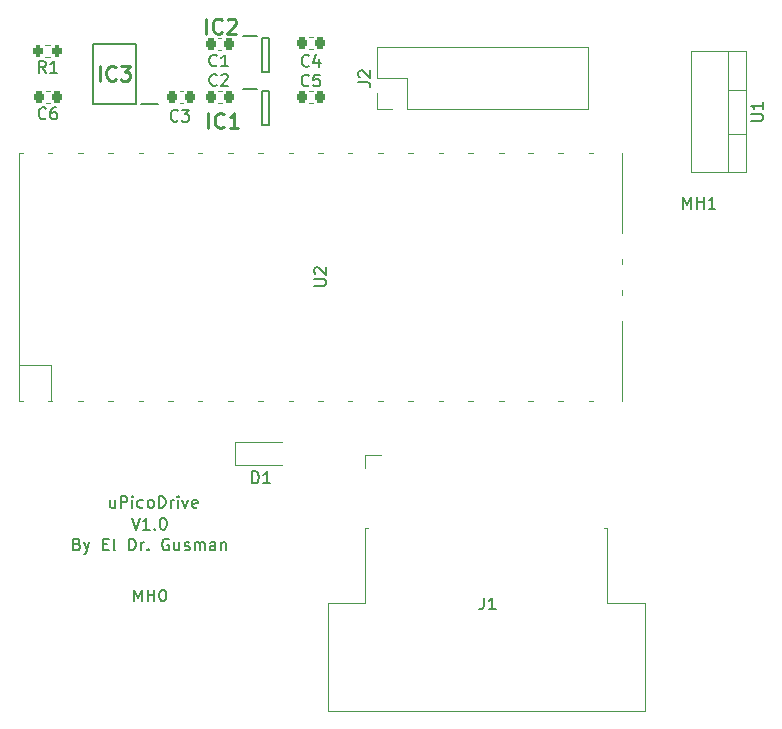
<source format=gto>
G04 #@! TF.GenerationSoftware,KiCad,Pcbnew,(6.0.4)*
G04 #@! TF.CreationDate,2023-05-30T12:53:04+02:00*
G04 #@! TF.ProjectId,MicroPicoDrive,4d696372-6f50-4696-936f-44726976652e,rev?*
G04 #@! TF.SameCoordinates,Original*
G04 #@! TF.FileFunction,Legend,Top*
G04 #@! TF.FilePolarity,Positive*
%FSLAX46Y46*%
G04 Gerber Fmt 4.6, Leading zero omitted, Abs format (unit mm)*
G04 Created by KiCad (PCBNEW (6.0.4)) date 2023-05-30 12:53:04*
%MOMM*%
%LPD*%
G01*
G04 APERTURE LIST*
G04 Aperture macros list*
%AMRoundRect*
0 Rectangle with rounded corners*
0 $1 Rounding radius*
0 $2 $3 $4 $5 $6 $7 $8 $9 X,Y pos of 4 corners*
0 Add a 4 corners polygon primitive as box body*
4,1,4,$2,$3,$4,$5,$6,$7,$8,$9,$2,$3,0*
0 Add four circle primitives for the rounded corners*
1,1,$1+$1,$2,$3*
1,1,$1+$1,$4,$5*
1,1,$1+$1,$6,$7*
1,1,$1+$1,$8,$9*
0 Add four rect primitives between the rounded corners*
20,1,$1+$1,$2,$3,$4,$5,0*
20,1,$1+$1,$4,$5,$6,$7,0*
20,1,$1+$1,$6,$7,$8,$9,0*
20,1,$1+$1,$8,$9,$2,$3,0*%
G04 Aperture macros list end*
%ADD10C,0.150000*%
%ADD11C,0.254000*%
%ADD12C,0.120000*%
%ADD13C,0.200000*%
%ADD14RoundRect,0.225000X0.225000X0.250000X-0.225000X0.250000X-0.225000X-0.250000X0.225000X-0.250000X0*%
%ADD15C,3.500000*%
%ADD16RoundRect,0.225000X-0.225000X-0.250000X0.225000X-0.250000X0.225000X0.250000X-0.225000X0.250000X0*%
%ADD17R,1.200000X0.600000*%
%ADD18R,0.900000X1.200000*%
%ADD19O,1.500000X1.500000*%
%ADD20O,1.800000X1.800000*%
%ADD21O,1.700000X1.700000*%
%ADD22R,1.700000X3.500000*%
%ADD23R,1.700000X1.700000*%
%ADD24R,3.500000X1.700000*%
%ADD25R,2.000000X1.905000*%
%ADD26O,2.000000X1.905000*%
%ADD27R,1.475000X0.450000*%
%ADD28RoundRect,0.200000X0.200000X0.275000X-0.200000X0.275000X-0.200000X-0.275000X0.200000X-0.275000X0*%
G04 APERTURE END LIST*
D10*
X124776190Y-114577380D02*
X125109523Y-115577380D01*
X125442857Y-114577380D01*
X126300000Y-115577380D02*
X125728571Y-115577380D01*
X126014285Y-115577380D02*
X126014285Y-114577380D01*
X125919047Y-114720238D01*
X125823809Y-114815476D01*
X125728571Y-114863095D01*
X126728571Y-115482142D02*
X126776190Y-115529761D01*
X126728571Y-115577380D01*
X126680952Y-115529761D01*
X126728571Y-115482142D01*
X126728571Y-115577380D01*
X127395238Y-114577380D02*
X127490476Y-114577380D01*
X127585714Y-114625000D01*
X127633333Y-114672619D01*
X127680952Y-114767857D01*
X127728571Y-114958333D01*
X127728571Y-115196428D01*
X127680952Y-115386904D01*
X127633333Y-115482142D01*
X127585714Y-115529761D01*
X127490476Y-115577380D01*
X127395238Y-115577380D01*
X127300000Y-115529761D01*
X127252380Y-115482142D01*
X127204761Y-115386904D01*
X127157142Y-115196428D01*
X127157142Y-114958333D01*
X127204761Y-114767857D01*
X127252380Y-114672619D01*
X127300000Y-114625000D01*
X127395238Y-114577380D01*
X120157142Y-116803571D02*
X120300000Y-116851190D01*
X120347619Y-116898809D01*
X120395238Y-116994047D01*
X120395238Y-117136904D01*
X120347619Y-117232142D01*
X120300000Y-117279761D01*
X120204761Y-117327380D01*
X119823809Y-117327380D01*
X119823809Y-116327380D01*
X120157142Y-116327380D01*
X120252380Y-116375000D01*
X120300000Y-116422619D01*
X120347619Y-116517857D01*
X120347619Y-116613095D01*
X120300000Y-116708333D01*
X120252380Y-116755952D01*
X120157142Y-116803571D01*
X119823809Y-116803571D01*
X120728571Y-116660714D02*
X120966666Y-117327380D01*
X121204761Y-116660714D02*
X120966666Y-117327380D01*
X120871428Y-117565476D01*
X120823809Y-117613095D01*
X120728571Y-117660714D01*
X122347619Y-116803571D02*
X122680952Y-116803571D01*
X122823809Y-117327380D02*
X122347619Y-117327380D01*
X122347619Y-116327380D01*
X122823809Y-116327380D01*
X123395238Y-117327380D02*
X123300000Y-117279761D01*
X123252380Y-117184523D01*
X123252380Y-116327380D01*
X124538095Y-117327380D02*
X124538095Y-116327380D01*
X124776190Y-116327380D01*
X124919047Y-116375000D01*
X125014285Y-116470238D01*
X125061904Y-116565476D01*
X125109523Y-116755952D01*
X125109523Y-116898809D01*
X125061904Y-117089285D01*
X125014285Y-117184523D01*
X124919047Y-117279761D01*
X124776190Y-117327380D01*
X124538095Y-117327380D01*
X125538095Y-117327380D02*
X125538095Y-116660714D01*
X125538095Y-116851190D02*
X125585714Y-116755952D01*
X125633333Y-116708333D01*
X125728571Y-116660714D01*
X125823809Y-116660714D01*
X126157142Y-117232142D02*
X126204761Y-117279761D01*
X126157142Y-117327380D01*
X126109523Y-117279761D01*
X126157142Y-117232142D01*
X126157142Y-117327380D01*
X127919047Y-116375000D02*
X127823809Y-116327380D01*
X127680952Y-116327380D01*
X127538095Y-116375000D01*
X127442857Y-116470238D01*
X127395238Y-116565476D01*
X127347619Y-116755952D01*
X127347619Y-116898809D01*
X127395238Y-117089285D01*
X127442857Y-117184523D01*
X127538095Y-117279761D01*
X127680952Y-117327380D01*
X127776190Y-117327380D01*
X127919047Y-117279761D01*
X127966666Y-117232142D01*
X127966666Y-116898809D01*
X127776190Y-116898809D01*
X128823809Y-116660714D02*
X128823809Y-117327380D01*
X128395238Y-116660714D02*
X128395238Y-117184523D01*
X128442857Y-117279761D01*
X128538095Y-117327380D01*
X128680952Y-117327380D01*
X128776190Y-117279761D01*
X128823809Y-117232142D01*
X129252380Y-117279761D02*
X129347619Y-117327380D01*
X129538095Y-117327380D01*
X129633333Y-117279761D01*
X129680952Y-117184523D01*
X129680952Y-117136904D01*
X129633333Y-117041666D01*
X129538095Y-116994047D01*
X129395238Y-116994047D01*
X129300000Y-116946428D01*
X129252380Y-116851190D01*
X129252380Y-116803571D01*
X129300000Y-116708333D01*
X129395238Y-116660714D01*
X129538095Y-116660714D01*
X129633333Y-116708333D01*
X130109523Y-117327380D02*
X130109523Y-116660714D01*
X130109523Y-116755952D02*
X130157142Y-116708333D01*
X130252380Y-116660714D01*
X130395238Y-116660714D01*
X130490476Y-116708333D01*
X130538095Y-116803571D01*
X130538095Y-117327380D01*
X130538095Y-116803571D02*
X130585714Y-116708333D01*
X130680952Y-116660714D01*
X130823809Y-116660714D01*
X130919047Y-116708333D01*
X130966666Y-116803571D01*
X130966666Y-117327380D01*
X131871428Y-117327380D02*
X131871428Y-116803571D01*
X131823809Y-116708333D01*
X131728571Y-116660714D01*
X131538095Y-116660714D01*
X131442857Y-116708333D01*
X131871428Y-117279761D02*
X131776190Y-117327380D01*
X131538095Y-117327380D01*
X131442857Y-117279761D01*
X131395238Y-117184523D01*
X131395238Y-117089285D01*
X131442857Y-116994047D01*
X131538095Y-116946428D01*
X131776190Y-116946428D01*
X131871428Y-116898809D01*
X132347619Y-116660714D02*
X132347619Y-117327380D01*
X132347619Y-116755952D02*
X132395238Y-116708333D01*
X132490476Y-116660714D01*
X132633333Y-116660714D01*
X132728571Y-116708333D01*
X132776190Y-116803571D01*
X132776190Y-117327380D01*
X123363095Y-113060714D02*
X123363095Y-113727380D01*
X122934523Y-113060714D02*
X122934523Y-113584523D01*
X122982142Y-113679761D01*
X123077380Y-113727380D01*
X123220238Y-113727380D01*
X123315476Y-113679761D01*
X123363095Y-113632142D01*
X123839285Y-113727380D02*
X123839285Y-112727380D01*
X124220238Y-112727380D01*
X124315476Y-112775000D01*
X124363095Y-112822619D01*
X124410714Y-112917857D01*
X124410714Y-113060714D01*
X124363095Y-113155952D01*
X124315476Y-113203571D01*
X124220238Y-113251190D01*
X123839285Y-113251190D01*
X124839285Y-113727380D02*
X124839285Y-113060714D01*
X124839285Y-112727380D02*
X124791666Y-112775000D01*
X124839285Y-112822619D01*
X124886904Y-112775000D01*
X124839285Y-112727380D01*
X124839285Y-112822619D01*
X125744047Y-113679761D02*
X125648809Y-113727380D01*
X125458333Y-113727380D01*
X125363095Y-113679761D01*
X125315476Y-113632142D01*
X125267857Y-113536904D01*
X125267857Y-113251190D01*
X125315476Y-113155952D01*
X125363095Y-113108333D01*
X125458333Y-113060714D01*
X125648809Y-113060714D01*
X125744047Y-113108333D01*
X126315476Y-113727380D02*
X126220238Y-113679761D01*
X126172619Y-113632142D01*
X126125000Y-113536904D01*
X126125000Y-113251190D01*
X126172619Y-113155952D01*
X126220238Y-113108333D01*
X126315476Y-113060714D01*
X126458333Y-113060714D01*
X126553571Y-113108333D01*
X126601190Y-113155952D01*
X126648809Y-113251190D01*
X126648809Y-113536904D01*
X126601190Y-113632142D01*
X126553571Y-113679761D01*
X126458333Y-113727380D01*
X126315476Y-113727380D01*
X127077380Y-113727380D02*
X127077380Y-112727380D01*
X127315476Y-112727380D01*
X127458333Y-112775000D01*
X127553571Y-112870238D01*
X127601190Y-112965476D01*
X127648809Y-113155952D01*
X127648809Y-113298809D01*
X127601190Y-113489285D01*
X127553571Y-113584523D01*
X127458333Y-113679761D01*
X127315476Y-113727380D01*
X127077380Y-113727380D01*
X128077380Y-113727380D02*
X128077380Y-113060714D01*
X128077380Y-113251190D02*
X128125000Y-113155952D01*
X128172619Y-113108333D01*
X128267857Y-113060714D01*
X128363095Y-113060714D01*
X128696428Y-113727380D02*
X128696428Y-113060714D01*
X128696428Y-112727380D02*
X128648809Y-112775000D01*
X128696428Y-112822619D01*
X128744047Y-112775000D01*
X128696428Y-112727380D01*
X128696428Y-112822619D01*
X129077380Y-113060714D02*
X129315476Y-113727380D01*
X129553571Y-113060714D01*
X130315476Y-113679761D02*
X130220238Y-113727380D01*
X130029761Y-113727380D01*
X129934523Y-113679761D01*
X129886904Y-113584523D01*
X129886904Y-113203571D01*
X129934523Y-113108333D01*
X130029761Y-113060714D01*
X130220238Y-113060714D01*
X130315476Y-113108333D01*
X130363095Y-113203571D01*
X130363095Y-113298809D01*
X129886904Y-113394047D01*
X131983333Y-77907142D02*
X131935714Y-77954761D01*
X131792857Y-78002380D01*
X131697619Y-78002380D01*
X131554761Y-77954761D01*
X131459523Y-77859523D01*
X131411904Y-77764285D01*
X131364285Y-77573809D01*
X131364285Y-77430952D01*
X131411904Y-77240476D01*
X131459523Y-77145238D01*
X131554761Y-77050000D01*
X131697619Y-77002380D01*
X131792857Y-77002380D01*
X131935714Y-77050000D01*
X131983333Y-77097619D01*
X132364285Y-77097619D02*
X132411904Y-77050000D01*
X132507142Y-77002380D01*
X132745238Y-77002380D01*
X132840476Y-77050000D01*
X132888095Y-77097619D01*
X132935714Y-77192857D01*
X132935714Y-77288095D01*
X132888095Y-77430952D01*
X132316666Y-78002380D01*
X132935714Y-78002380D01*
X124981666Y-121652380D02*
X124981666Y-120652380D01*
X125315000Y-121366666D01*
X125648333Y-120652380D01*
X125648333Y-121652380D01*
X126124523Y-121652380D02*
X126124523Y-120652380D01*
X126124523Y-121128571D02*
X126695952Y-121128571D01*
X126695952Y-121652380D02*
X126695952Y-120652380D01*
X127362619Y-120652380D02*
X127457857Y-120652380D01*
X127553095Y-120700000D01*
X127600714Y-120747619D01*
X127648333Y-120842857D01*
X127695952Y-121033333D01*
X127695952Y-121271428D01*
X127648333Y-121461904D01*
X127600714Y-121557142D01*
X127553095Y-121604761D01*
X127457857Y-121652380D01*
X127362619Y-121652380D01*
X127267380Y-121604761D01*
X127219761Y-121557142D01*
X127172142Y-121461904D01*
X127124523Y-121271428D01*
X127124523Y-121033333D01*
X127172142Y-120842857D01*
X127219761Y-120747619D01*
X127267380Y-120700000D01*
X127362619Y-120652380D01*
X139783333Y-76282142D02*
X139735714Y-76329761D01*
X139592857Y-76377380D01*
X139497619Y-76377380D01*
X139354761Y-76329761D01*
X139259523Y-76234523D01*
X139211904Y-76139285D01*
X139164285Y-75948809D01*
X139164285Y-75805952D01*
X139211904Y-75615476D01*
X139259523Y-75520238D01*
X139354761Y-75425000D01*
X139497619Y-75377380D01*
X139592857Y-75377380D01*
X139735714Y-75425000D01*
X139783333Y-75472619D01*
X140640476Y-75710714D02*
X140640476Y-76377380D01*
X140402380Y-75329761D02*
X140164285Y-76044047D01*
X140783333Y-76044047D01*
D11*
X131085238Y-73574523D02*
X131085238Y-72304523D01*
X132415714Y-73453571D02*
X132355238Y-73514047D01*
X132173809Y-73574523D01*
X132052857Y-73574523D01*
X131871428Y-73514047D01*
X131750476Y-73393095D01*
X131690000Y-73272142D01*
X131629523Y-73030238D01*
X131629523Y-72848809D01*
X131690000Y-72606904D01*
X131750476Y-72485952D01*
X131871428Y-72365000D01*
X132052857Y-72304523D01*
X132173809Y-72304523D01*
X132355238Y-72365000D01*
X132415714Y-72425476D01*
X132899523Y-72425476D02*
X132960000Y-72365000D01*
X133080952Y-72304523D01*
X133383333Y-72304523D01*
X133504285Y-72365000D01*
X133564761Y-72425476D01*
X133625238Y-72546428D01*
X133625238Y-72667380D01*
X133564761Y-72848809D01*
X132839047Y-73574523D01*
X133625238Y-73574523D01*
D10*
X131983333Y-76257142D02*
X131935714Y-76304761D01*
X131792857Y-76352380D01*
X131697619Y-76352380D01*
X131554761Y-76304761D01*
X131459523Y-76209523D01*
X131411904Y-76114285D01*
X131364285Y-75923809D01*
X131364285Y-75780952D01*
X131411904Y-75590476D01*
X131459523Y-75495238D01*
X131554761Y-75400000D01*
X131697619Y-75352380D01*
X131792857Y-75352380D01*
X131935714Y-75400000D01*
X131983333Y-75447619D01*
X132935714Y-76352380D02*
X132364285Y-76352380D01*
X132650000Y-76352380D02*
X132650000Y-75352380D01*
X132554761Y-75495238D01*
X132459523Y-75590476D01*
X132364285Y-75638095D01*
X134976904Y-111652380D02*
X134976904Y-110652380D01*
X135215000Y-110652380D01*
X135357857Y-110700000D01*
X135453095Y-110795238D01*
X135500714Y-110890476D01*
X135548333Y-111080952D01*
X135548333Y-111223809D01*
X135500714Y-111414285D01*
X135453095Y-111509523D01*
X135357857Y-111604761D01*
X135215000Y-111652380D01*
X134976904Y-111652380D01*
X136500714Y-111652380D02*
X135929285Y-111652380D01*
X136215000Y-111652380D02*
X136215000Y-110652380D01*
X136119761Y-110795238D01*
X136024523Y-110890476D01*
X135929285Y-110938095D01*
X139783333Y-77957142D02*
X139735714Y-78004761D01*
X139592857Y-78052380D01*
X139497619Y-78052380D01*
X139354761Y-78004761D01*
X139259523Y-77909523D01*
X139211904Y-77814285D01*
X139164285Y-77623809D01*
X139164285Y-77480952D01*
X139211904Y-77290476D01*
X139259523Y-77195238D01*
X139354761Y-77100000D01*
X139497619Y-77052380D01*
X139592857Y-77052380D01*
X139735714Y-77100000D01*
X139783333Y-77147619D01*
X140688095Y-77052380D02*
X140211904Y-77052380D01*
X140164285Y-77528571D01*
X140211904Y-77480952D01*
X140307142Y-77433333D01*
X140545238Y-77433333D01*
X140640476Y-77480952D01*
X140688095Y-77528571D01*
X140735714Y-77623809D01*
X140735714Y-77861904D01*
X140688095Y-77957142D01*
X140640476Y-78004761D01*
X140545238Y-78052380D01*
X140307142Y-78052380D01*
X140211904Y-78004761D01*
X140164285Y-77957142D01*
X140217380Y-94936904D02*
X141026904Y-94936904D01*
X141122142Y-94889285D01*
X141169761Y-94841666D01*
X141217380Y-94746428D01*
X141217380Y-94555952D01*
X141169761Y-94460714D01*
X141122142Y-94413095D01*
X141026904Y-94365476D01*
X140217380Y-94365476D01*
X140312619Y-93936904D02*
X140265000Y-93889285D01*
X140217380Y-93794047D01*
X140217380Y-93555952D01*
X140265000Y-93460714D01*
X140312619Y-93413095D01*
X140407857Y-93365476D01*
X140503095Y-93365476D01*
X140645952Y-93413095D01*
X141217380Y-93984523D01*
X141217380Y-93365476D01*
D11*
X131260238Y-81574523D02*
X131260238Y-80304523D01*
X132590714Y-81453571D02*
X132530238Y-81514047D01*
X132348809Y-81574523D01*
X132227857Y-81574523D01*
X132046428Y-81514047D01*
X131925476Y-81393095D01*
X131865000Y-81272142D01*
X131804523Y-81030238D01*
X131804523Y-80848809D01*
X131865000Y-80606904D01*
X131925476Y-80485952D01*
X132046428Y-80365000D01*
X132227857Y-80304523D01*
X132348809Y-80304523D01*
X132530238Y-80365000D01*
X132590714Y-80425476D01*
X133800238Y-81574523D02*
X133074523Y-81574523D01*
X133437380Y-81574523D02*
X133437380Y-80304523D01*
X133316428Y-80485952D01*
X133195476Y-80606904D01*
X133074523Y-80667380D01*
D10*
X143972380Y-77688333D02*
X144686666Y-77688333D01*
X144829523Y-77735952D01*
X144924761Y-77831190D01*
X144972380Y-77974047D01*
X144972380Y-78069285D01*
X144067619Y-77259761D02*
X144020000Y-77212142D01*
X143972380Y-77116904D01*
X143972380Y-76878809D01*
X144020000Y-76783571D01*
X144067619Y-76735952D01*
X144162857Y-76688333D01*
X144258095Y-76688333D01*
X144400952Y-76735952D01*
X144972380Y-77307380D01*
X144972380Y-76688333D01*
X128683333Y-80932142D02*
X128635714Y-80979761D01*
X128492857Y-81027380D01*
X128397619Y-81027380D01*
X128254761Y-80979761D01*
X128159523Y-80884523D01*
X128111904Y-80789285D01*
X128064285Y-80598809D01*
X128064285Y-80455952D01*
X128111904Y-80265476D01*
X128159523Y-80170238D01*
X128254761Y-80075000D01*
X128397619Y-80027380D01*
X128492857Y-80027380D01*
X128635714Y-80075000D01*
X128683333Y-80122619D01*
X129016666Y-80027380D02*
X129635714Y-80027380D01*
X129302380Y-80408333D01*
X129445238Y-80408333D01*
X129540476Y-80455952D01*
X129588095Y-80503571D01*
X129635714Y-80598809D01*
X129635714Y-80836904D01*
X129588095Y-80932142D01*
X129540476Y-80979761D01*
X129445238Y-81027380D01*
X129159523Y-81027380D01*
X129064285Y-80979761D01*
X129016666Y-80932142D01*
X177217380Y-80961904D02*
X178026904Y-80961904D01*
X178122142Y-80914285D01*
X178169761Y-80866666D01*
X178217380Y-80771428D01*
X178217380Y-80580952D01*
X178169761Y-80485714D01*
X178122142Y-80438095D01*
X178026904Y-80390476D01*
X177217380Y-80390476D01*
X178217380Y-79390476D02*
X178217380Y-79961904D01*
X178217380Y-79676190D02*
X177217380Y-79676190D01*
X177360238Y-79771428D01*
X177455476Y-79866666D01*
X177503095Y-79961904D01*
X117518333Y-80737142D02*
X117470714Y-80784761D01*
X117327857Y-80832380D01*
X117232619Y-80832380D01*
X117089761Y-80784761D01*
X116994523Y-80689523D01*
X116946904Y-80594285D01*
X116899285Y-80403809D01*
X116899285Y-80260952D01*
X116946904Y-80070476D01*
X116994523Y-79975238D01*
X117089761Y-79880000D01*
X117232619Y-79832380D01*
X117327857Y-79832380D01*
X117470714Y-79880000D01*
X117518333Y-79927619D01*
X118375476Y-79832380D02*
X118185000Y-79832380D01*
X118089761Y-79880000D01*
X118042142Y-79927619D01*
X117946904Y-80070476D01*
X117899285Y-80260952D01*
X117899285Y-80641904D01*
X117946904Y-80737142D01*
X117994523Y-80784761D01*
X118089761Y-80832380D01*
X118280238Y-80832380D01*
X118375476Y-80784761D01*
X118423095Y-80737142D01*
X118470714Y-80641904D01*
X118470714Y-80403809D01*
X118423095Y-80308571D01*
X118375476Y-80260952D01*
X118280238Y-80213333D01*
X118089761Y-80213333D01*
X117994523Y-80260952D01*
X117946904Y-80308571D01*
X117899285Y-80403809D01*
X154591666Y-121327380D02*
X154591666Y-122041666D01*
X154544047Y-122184523D01*
X154448809Y-122279761D01*
X154305952Y-122327380D01*
X154210714Y-122327380D01*
X155591666Y-122327380D02*
X155020238Y-122327380D01*
X155305952Y-122327380D02*
X155305952Y-121327380D01*
X155210714Y-121470238D01*
X155115476Y-121565476D01*
X155020238Y-121613095D01*
D11*
X122085238Y-77574523D02*
X122085238Y-76304523D01*
X123415714Y-77453571D02*
X123355238Y-77514047D01*
X123173809Y-77574523D01*
X123052857Y-77574523D01*
X122871428Y-77514047D01*
X122750476Y-77393095D01*
X122690000Y-77272142D01*
X122629523Y-77030238D01*
X122629523Y-76848809D01*
X122690000Y-76606904D01*
X122750476Y-76485952D01*
X122871428Y-76365000D01*
X123052857Y-76304523D01*
X123173809Y-76304523D01*
X123355238Y-76365000D01*
X123415714Y-76425476D01*
X123839047Y-76304523D02*
X124625238Y-76304523D01*
X124201904Y-76788333D01*
X124383333Y-76788333D01*
X124504285Y-76848809D01*
X124564761Y-76909285D01*
X124625238Y-77030238D01*
X124625238Y-77332619D01*
X124564761Y-77453571D01*
X124504285Y-77514047D01*
X124383333Y-77574523D01*
X124020476Y-77574523D01*
X123899523Y-77514047D01*
X123839047Y-77453571D01*
D10*
X171481666Y-88402380D02*
X171481666Y-87402380D01*
X171815000Y-88116666D01*
X172148333Y-87402380D01*
X172148333Y-88402380D01*
X172624523Y-88402380D02*
X172624523Y-87402380D01*
X172624523Y-87878571D02*
X173195952Y-87878571D01*
X173195952Y-88402380D02*
X173195952Y-87402380D01*
X174195952Y-88402380D02*
X173624523Y-88402380D01*
X173910238Y-88402380D02*
X173910238Y-87402380D01*
X173815000Y-87545238D01*
X173719761Y-87640476D01*
X173624523Y-87688095D01*
X117493333Y-76907380D02*
X117160000Y-76431190D01*
X116921904Y-76907380D02*
X116921904Y-75907380D01*
X117302857Y-75907380D01*
X117398095Y-75955000D01*
X117445714Y-76002619D01*
X117493333Y-76097857D01*
X117493333Y-76240714D01*
X117445714Y-76335952D01*
X117398095Y-76383571D01*
X117302857Y-76431190D01*
X116921904Y-76431190D01*
X118445714Y-76907380D02*
X117874285Y-76907380D01*
X118160000Y-76907380D02*
X118160000Y-75907380D01*
X118064761Y-76050238D01*
X117969523Y-76145476D01*
X117874285Y-76193095D01*
D12*
X132390580Y-79460000D02*
X132109420Y-79460000D01*
X132390580Y-78440000D02*
X132109420Y-78440000D01*
X139809420Y-74910000D02*
X140090580Y-74910000D01*
X139809420Y-73890000D02*
X140090580Y-73890000D01*
D13*
X136375000Y-73925000D02*
X136375000Y-76825000D01*
X135775000Y-76825000D02*
X135775000Y-73925000D01*
X135775000Y-73925000D02*
X136375000Y-73925000D01*
X136375000Y-76825000D02*
X135775000Y-76825000D01*
X134225000Y-73775000D02*
X135425000Y-73775000D01*
D12*
X132365580Y-74985000D02*
X132084420Y-74985000D01*
X132365580Y-73965000D02*
X132084420Y-73965000D01*
X133565000Y-108125000D02*
X133565000Y-110125000D01*
X133565000Y-108125000D02*
X137465000Y-108125000D01*
X133565000Y-110125000D02*
X137465000Y-110125000D01*
X139809420Y-78440000D02*
X140090580Y-78440000D01*
X139809420Y-79460000D02*
X140090580Y-79460000D01*
X158365000Y-83675000D02*
X158765000Y-83675000D01*
X138065000Y-83675000D02*
X138465000Y-83675000D01*
X166265000Y-97875000D02*
X166265000Y-104675000D01*
X117932000Y-104675000D02*
X117932000Y-101668000D01*
X166265000Y-95675000D02*
X166265000Y-95275000D01*
X122765000Y-104675000D02*
X123165000Y-104675000D01*
X117932000Y-101668000D02*
X115265000Y-101668000D01*
X145665000Y-104675000D02*
X146065000Y-104675000D01*
X148165000Y-104675000D02*
X148565000Y-104675000D01*
X160865000Y-83675000D02*
X161265000Y-83675000D01*
X117665000Y-104675000D02*
X118065000Y-104675000D01*
X130365000Y-83675000D02*
X130765000Y-83675000D01*
X115265000Y-104675000D02*
X115565000Y-104675000D01*
X125365000Y-104675000D02*
X125765000Y-104675000D01*
X150765000Y-104675000D02*
X151165000Y-104675000D01*
X145665000Y-83675000D02*
X146065000Y-83675000D01*
X135465000Y-83675000D02*
X135865000Y-83675000D01*
X120265000Y-83675000D02*
X120665000Y-83675000D01*
X143065000Y-83675000D02*
X143465000Y-83675000D01*
X155865000Y-104675000D02*
X156265000Y-104675000D01*
X163465000Y-104675000D02*
X163865000Y-104675000D01*
X140565000Y-83675000D02*
X140965000Y-83675000D01*
X150765000Y-83675000D02*
X151165000Y-83675000D01*
X158365000Y-104675000D02*
X158765000Y-104675000D01*
X153265000Y-83675000D02*
X153665000Y-83675000D01*
X166265000Y-93075000D02*
X166265000Y-92675000D01*
X166265000Y-83675000D02*
X166265000Y-90475000D01*
X143065000Y-104675000D02*
X143465000Y-104675000D01*
X160865000Y-104675000D02*
X161265000Y-104675000D01*
X155865000Y-83675000D02*
X156265000Y-83675000D01*
X130365000Y-104675000D02*
X130765000Y-104675000D01*
X117665000Y-83675000D02*
X118065000Y-83675000D01*
X148165000Y-83675000D02*
X148565000Y-83675000D01*
X140565000Y-104675000D02*
X140965000Y-104675000D01*
X122765000Y-83675000D02*
X123165000Y-83675000D01*
X127865000Y-83675000D02*
X128265000Y-83675000D01*
X135465000Y-104675000D02*
X135865000Y-104675000D01*
X132965000Y-83675000D02*
X133365000Y-83675000D01*
X125365000Y-83675000D02*
X125765000Y-83675000D01*
X120265000Y-104675000D02*
X120665000Y-104675000D01*
X163465000Y-83675000D02*
X163865000Y-83675000D01*
X153265000Y-104675000D02*
X153665000Y-104675000D01*
X115265000Y-104675000D02*
X115265000Y-83675000D01*
X127865000Y-104675000D02*
X128265000Y-104675000D01*
X115265000Y-83675000D02*
X115565000Y-83675000D01*
X132965000Y-104675000D02*
X133365000Y-104675000D01*
X138065000Y-104675000D02*
X138465000Y-104675000D01*
D13*
X135775000Y-78450000D02*
X136375000Y-78450000D01*
X136375000Y-81350000D02*
X135775000Y-81350000D01*
X135775000Y-81350000D02*
X135775000Y-78450000D01*
X136375000Y-78450000D02*
X136375000Y-81350000D01*
X134225000Y-78300000D02*
X135425000Y-78300000D01*
D12*
X148120000Y-77355000D02*
X145520000Y-77355000D01*
X145520000Y-77355000D02*
X145520000Y-74755000D01*
X145520000Y-74755000D02*
X163420000Y-74755000D01*
X145520000Y-79955000D02*
X145520000Y-78625000D01*
X148120000Y-79955000D02*
X148120000Y-77355000D01*
X148120000Y-79955000D02*
X163420000Y-79955000D01*
X163420000Y-79955000D02*
X163420000Y-74755000D01*
X146850000Y-79955000D02*
X145520000Y-79955000D01*
X128834420Y-79485000D02*
X129115580Y-79485000D01*
X128834420Y-78465000D02*
X129115580Y-78465000D01*
X176765000Y-82051000D02*
X175255000Y-82051000D01*
X176765000Y-78350000D02*
X175255000Y-78350000D01*
X172124000Y-75080000D02*
X172124000Y-85320000D01*
X176765000Y-75080000D02*
X172124000Y-75080000D01*
X175255000Y-75080000D02*
X175255000Y-85320000D01*
X176765000Y-75080000D02*
X176765000Y-85320000D01*
X176765000Y-85320000D02*
X172124000Y-85320000D01*
X117825580Y-79460000D02*
X117544420Y-79460000D01*
X117825580Y-78440000D02*
X117544420Y-78440000D01*
X141365000Y-130925000D02*
X168265000Y-130925000D01*
X141365000Y-130925000D02*
X141365000Y-121775000D01*
X144545000Y-115455000D02*
X144765000Y-115455000D01*
X164985000Y-121775000D02*
X164985000Y-115455000D01*
X164985000Y-121775000D02*
X168265000Y-121775000D01*
X144545000Y-110375000D02*
X144545000Y-109265000D01*
X141365000Y-121775000D02*
X144545000Y-121775000D01*
X164765000Y-115455000D02*
X164985000Y-115455000D01*
X168265000Y-130925000D02*
X168265000Y-121775000D01*
X144545000Y-109265000D02*
X145875000Y-109265000D01*
X144545000Y-121775000D02*
X144545000Y-115455000D01*
D13*
X127000000Y-79525000D02*
X125525000Y-79525000D01*
X125175000Y-79500000D02*
X121475000Y-79500000D01*
X121475000Y-74500000D02*
X125175000Y-74500000D01*
X121475000Y-79500000D02*
X121475000Y-74500000D01*
X125175000Y-74500000D02*
X125175000Y-79500000D01*
D12*
X117897258Y-74502500D02*
X117422742Y-74502500D01*
X117897258Y-75547500D02*
X117422742Y-75547500D01*
%LPC*%
D14*
X133025000Y-78950000D03*
X131475000Y-78950000D03*
D15*
X126315000Y-125700000D03*
D16*
X139175000Y-74400000D03*
X140725000Y-74400000D03*
D17*
X134825000Y-74425000D03*
X134825000Y-75375000D03*
X134825000Y-76325000D03*
X137325000Y-76325000D03*
X137325000Y-75375000D03*
X137325000Y-74425000D03*
D14*
X133000000Y-74475000D03*
X131450000Y-74475000D03*
D18*
X134165000Y-109125000D03*
X137465000Y-109125000D03*
D16*
X139175000Y-78950000D03*
X140725000Y-78950000D03*
D19*
X119795000Y-96600000D03*
X119795000Y-91750000D03*
D20*
X116765000Y-96900000D03*
X116765000Y-91450000D03*
D21*
X116635000Y-103065000D03*
D22*
X116635000Y-103965000D03*
D21*
X119175000Y-103065000D03*
D22*
X119175000Y-103965000D03*
D23*
X121715000Y-103065000D03*
D22*
X121715000Y-103965000D03*
D21*
X124255000Y-103065000D03*
D22*
X124255000Y-103965000D03*
D21*
X126795000Y-103065000D03*
D22*
X126795000Y-103965000D03*
D21*
X129335000Y-103065000D03*
D22*
X129335000Y-103965000D03*
D21*
X131875000Y-103065000D03*
D22*
X131875000Y-103965000D03*
D23*
X134415000Y-103065000D03*
D22*
X134415000Y-103965000D03*
D21*
X136955000Y-103065000D03*
D22*
X136955000Y-103965000D03*
D21*
X139495000Y-103065000D03*
D22*
X139495000Y-103965000D03*
D21*
X142035000Y-103065000D03*
D22*
X142035000Y-103965000D03*
X144575000Y-103965000D03*
D21*
X144575000Y-103065000D03*
D23*
X147115000Y-103065000D03*
D22*
X147115000Y-103965000D03*
D21*
X149655000Y-103065000D03*
D22*
X149655000Y-103965000D03*
X152195000Y-103965000D03*
D21*
X152195000Y-103065000D03*
D22*
X154735000Y-103965000D03*
D21*
X154735000Y-103065000D03*
X157275000Y-103065000D03*
D22*
X157275000Y-103965000D03*
D23*
X159815000Y-103065000D03*
D22*
X159815000Y-103965000D03*
X162355000Y-103965000D03*
D21*
X162355000Y-103065000D03*
D22*
X164895000Y-103965000D03*
D21*
X164895000Y-103065000D03*
X164895000Y-85285000D03*
D22*
X164895000Y-84385000D03*
X162355000Y-84385000D03*
D21*
X162355000Y-85285000D03*
D23*
X159815000Y-85285000D03*
D22*
X159815000Y-84385000D03*
D21*
X157275000Y-85285000D03*
D22*
X157275000Y-84385000D03*
D21*
X154735000Y-85285000D03*
D22*
X154735000Y-84385000D03*
D21*
X152195000Y-85285000D03*
D22*
X152195000Y-84385000D03*
D21*
X149655000Y-85285000D03*
D22*
X149655000Y-84385000D03*
D23*
X147115000Y-85285000D03*
D22*
X147115000Y-84385000D03*
D21*
X144575000Y-85285000D03*
D22*
X144575000Y-84385000D03*
D21*
X142035000Y-85285000D03*
D22*
X142035000Y-84385000D03*
X139495000Y-84385000D03*
D21*
X139495000Y-85285000D03*
X136955000Y-85285000D03*
D22*
X136955000Y-84385000D03*
D23*
X134415000Y-85285000D03*
D22*
X134415000Y-84385000D03*
X131875000Y-84385000D03*
D21*
X131875000Y-85285000D03*
D22*
X129335000Y-84385000D03*
D21*
X129335000Y-85285000D03*
D22*
X126795000Y-84385000D03*
D21*
X126795000Y-85285000D03*
X124255000Y-85285000D03*
D22*
X124255000Y-84385000D03*
X121715000Y-84385000D03*
D23*
X121715000Y-85285000D03*
D22*
X119175000Y-84385000D03*
D21*
X119175000Y-85285000D03*
X116635000Y-85285000D03*
D22*
X116635000Y-84385000D03*
D21*
X164665000Y-96715000D03*
D24*
X165565000Y-96715000D03*
D23*
X164665000Y-94175000D03*
D24*
X165565000Y-94175000D03*
D21*
X164665000Y-91635000D03*
D24*
X165565000Y-91635000D03*
D17*
X134825000Y-78950000D03*
X134825000Y-79900000D03*
X134825000Y-80850000D03*
X137325000Y-80850000D03*
X137325000Y-79900000D03*
X137325000Y-78950000D03*
D23*
X146850000Y-78625000D03*
D21*
X146850000Y-76085000D03*
X149390000Y-78625000D03*
X149390000Y-76085000D03*
X151930000Y-78625000D03*
X151930000Y-76085000D03*
X154470000Y-78625000D03*
X154470000Y-76085000D03*
X157010000Y-78625000D03*
X157010000Y-76085000D03*
X159550000Y-78625000D03*
X159550000Y-76085000D03*
X162090000Y-78625000D03*
X162090000Y-76085000D03*
D16*
X128200000Y-78975000D03*
X129750000Y-78975000D03*
D25*
X173495000Y-77660000D03*
D26*
X173495000Y-80200000D03*
X173495000Y-82740000D03*
D14*
X118460000Y-78950000D03*
X116910000Y-78950000D03*
D23*
X145875000Y-110375000D03*
D21*
X145875000Y-115455000D03*
X148415000Y-110375000D03*
X148415000Y-115455000D03*
X150955000Y-110375000D03*
X150955000Y-115455000D03*
X153495000Y-110375000D03*
X153495000Y-115455000D03*
X156035000Y-110375000D03*
X156035000Y-115455000D03*
X158575000Y-110375000D03*
X158575000Y-115455000D03*
X161115000Y-110375000D03*
X161115000Y-115455000D03*
X163655000Y-110375000D03*
X163655000Y-115455000D03*
D27*
X126263000Y-78950000D03*
X126263000Y-78300000D03*
X126263000Y-77650000D03*
X126263000Y-77000000D03*
X126263000Y-76350000D03*
X126263000Y-75700000D03*
X126263000Y-75050000D03*
X120387000Y-75050000D03*
X120387000Y-75700000D03*
X120387000Y-76350000D03*
X120387000Y-77000000D03*
X120387000Y-77650000D03*
X120387000Y-78300000D03*
X120387000Y-78950000D03*
D15*
X172815000Y-92450000D03*
D28*
X118485000Y-75025000D03*
X116835000Y-75025000D03*
M02*

</source>
